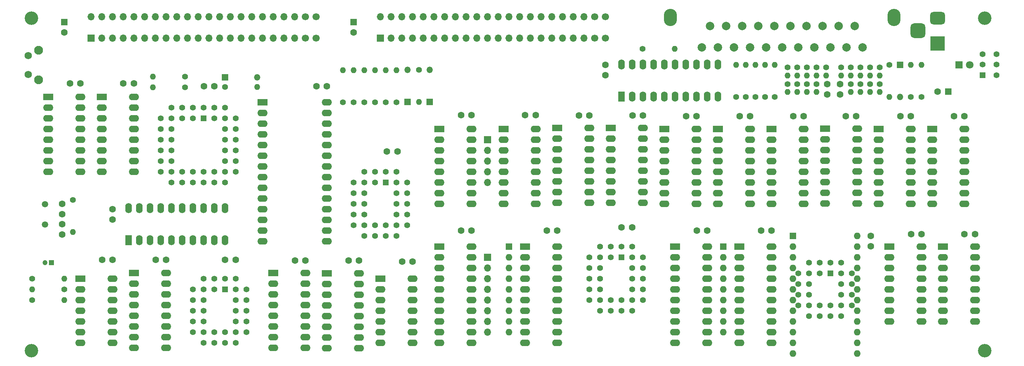
<source format=gbr>
%TF.GenerationSoftware,KiCad,Pcbnew,7.0.9*%
%TF.CreationDate,2023-12-12T16:47:06+00:00*%
%TF.ProjectId,v0c,7630632e-6b69-4636-9164-5f7063625858,rev?*%
%TF.SameCoordinates,Original*%
%TF.FileFunction,Soldermask,Bot*%
%TF.FilePolarity,Negative*%
%FSLAX46Y46*%
G04 Gerber Fmt 4.6, Leading zero omitted, Abs format (unit mm)*
G04 Created by KiCad (PCBNEW 7.0.9) date 2023-12-12 16:47:06*
%MOMM*%
%LPD*%
G01*
G04 APERTURE LIST*
G04 Aperture macros list*
%AMRoundRect*
0 Rectangle with rounded corners*
0 $1 Rounding radius*
0 $2 $3 $4 $5 $6 $7 $8 $9 X,Y pos of 4 corners*
0 Add a 4 corners polygon primitive as box body*
4,1,4,$2,$3,$4,$5,$6,$7,$8,$9,$2,$3,0*
0 Add four circle primitives for the rounded corners*
1,1,$1+$1,$2,$3*
1,1,$1+$1,$4,$5*
1,1,$1+$1,$6,$7*
1,1,$1+$1,$8,$9*
0 Add four rect primitives between the rounded corners*
20,1,$1+$1,$2,$3,$4,$5,0*
20,1,$1+$1,$4,$5,$6,$7,0*
20,1,$1+$1,$6,$7,$8,$9,0*
20,1,$1+$1,$8,$9,$2,$3,0*%
G04 Aperture macros list end*
%ADD10C,1.400000*%
%ADD11O,1.400000X1.400000*%
%ADD12R,2.400000X1.600000*%
%ADD13O,2.400000X1.600000*%
%ADD14C,3.200000*%
%ADD15C,1.600000*%
%ADD16R,1.422400X1.422400*%
%ADD17C,1.422400*%
%ADD18O,3.100000X4.100000*%
%ADD19C,1.998980*%
%ADD20R,1.400000X1.400000*%
%ADD21R,1.700000X1.700000*%
%ADD22O,1.700000X1.700000*%
%ADD23C,1.500000*%
%ADD24C,1.700000*%
%ADD25R,3.500000X3.500000*%
%ADD26RoundRect,0.750000X-1.000000X0.750000X-1.000000X-0.750000X1.000000X-0.750000X1.000000X0.750000X0*%
%ADD27RoundRect,0.875000X-0.875000X0.875000X-0.875000X-0.875000X0.875000X-0.875000X0.875000X0.875000X0*%
%ADD28R,1.600000X1.600000*%
%ADD29O,1.600000X1.600000*%
%ADD30R,1.500000X1.500000*%
%ADD31O,1.500000X1.500000*%
%ADD32R,1.800000X1.800000*%
%ADD33C,1.800000*%
%ADD34R,1.600000X2.400000*%
%ADD35O,1.600000X2.400000*%
%ADD36C,2.100000*%
%ADD37C,1.750000*%
%ADD38R,1.200000X1.200000*%
%ADD39C,1.200000*%
G04 APERTURE END LIST*
D10*
%TO.C,R3*%
X65405000Y-87884000D03*
D11*
X57785000Y-87884000D03*
%TD*%
D10*
%TO.C,R26*%
X215138000Y-85725000D03*
D11*
X215138000Y-87625000D03*
%TD*%
D12*
%TO.C,U9*%
X181610000Y-128270000D03*
D13*
X181610000Y-130810000D03*
X181610000Y-133350000D03*
X181610000Y-135890000D03*
X181610000Y-138430000D03*
X181610000Y-140970000D03*
X181610000Y-143510000D03*
X181610000Y-146050000D03*
X181610000Y-148590000D03*
X181610000Y-151130000D03*
X189230000Y-151130000D03*
X189230000Y-148590000D03*
X189230000Y-146050000D03*
X189230000Y-143510000D03*
X189230000Y-140970000D03*
X189230000Y-138430000D03*
X189230000Y-135890000D03*
X189230000Y-133350000D03*
X189230000Y-130810000D03*
X189230000Y-128270000D03*
%TD*%
D10*
%TO.C,R8*%
X102870000Y-93980000D03*
D11*
X102870000Y-86360000D03*
%TD*%
D10*
%TO.C,R22*%
X215138000Y-89662000D03*
D11*
X215138000Y-91562000D03*
%TD*%
D14*
%TO.C,H2*%
X29000000Y-153000000D03*
%TD*%
D12*
%TO.C,U28*%
X83820000Y-93980000D03*
D13*
X83820000Y-96520000D03*
X83820000Y-99060000D03*
X83820000Y-101600000D03*
X83820000Y-104140000D03*
X83820000Y-106680000D03*
X83820000Y-109220000D03*
X83820000Y-111760000D03*
X83820000Y-114300000D03*
X83820000Y-116840000D03*
X83820000Y-119380000D03*
X83820000Y-121920000D03*
X83820000Y-124460000D03*
X83820000Y-127000000D03*
X99060000Y-127000000D03*
X99060000Y-124460000D03*
X99060000Y-121920000D03*
X99060000Y-119380000D03*
X99060000Y-116840000D03*
X99060000Y-114300000D03*
X99060000Y-111760000D03*
X99060000Y-109220000D03*
X99060000Y-106680000D03*
X99060000Y-104140000D03*
X99060000Y-101600000D03*
X99060000Y-99060000D03*
X99060000Y-96520000D03*
X99060000Y-93980000D03*
%TD*%
D15*
%TO.C,Cd5*%
X74950000Y-131445000D03*
X77450000Y-131445000D03*
%TD*%
D14*
%TO.C,H4*%
X255000000Y-153000000D03*
%TD*%
D10*
%TO.C,R28*%
X230124000Y-89662000D03*
D11*
X230124000Y-91562000D03*
%TD*%
D12*
%TO.C,U31*%
X146050000Y-128270000D03*
D13*
X146050000Y-130810000D03*
X146050000Y-133350000D03*
X146050000Y-135890000D03*
X146050000Y-138430000D03*
X146050000Y-140970000D03*
X146050000Y-143510000D03*
X146050000Y-146050000D03*
X146050000Y-148590000D03*
X146050000Y-151130000D03*
X153670000Y-151130000D03*
X153670000Y-148590000D03*
X153670000Y-146050000D03*
X153670000Y-143510000D03*
X153670000Y-140970000D03*
X153670000Y-138430000D03*
X153670000Y-135890000D03*
X153670000Y-133350000D03*
X153670000Y-130810000D03*
X153670000Y-128270000D03*
%TD*%
D10*
%TO.C,R15*%
X198374000Y-92710000D03*
D11*
X198374000Y-85090000D03*
%TD*%
D12*
%TO.C,U30*%
X125730000Y-100330000D03*
D13*
X125730000Y-102870000D03*
X125730000Y-105410000D03*
X125730000Y-107950000D03*
X125730000Y-110490000D03*
X125730000Y-113030000D03*
X125730000Y-115570000D03*
X125730000Y-118110000D03*
X133350000Y-118110000D03*
X133350000Y-115570000D03*
X133350000Y-113030000D03*
X133350000Y-110490000D03*
X133350000Y-107950000D03*
X133350000Y-105410000D03*
X133350000Y-102870000D03*
X133350000Y-100330000D03*
%TD*%
D10*
%TO.C,R39*%
X173863000Y-81280000D03*
D11*
X181483000Y-81280000D03*
%TD*%
D15*
%TO.C,C2*%
X36322000Y-118130000D03*
X36322000Y-120630000D03*
%TD*%
%TO.C,Cd31*%
X153670000Y-124454985D03*
X151170000Y-124454985D03*
%TD*%
%TO.C,C4*%
X217678000Y-92162000D03*
X217678000Y-89662000D03*
%TD*%
D10*
%TO.C,R16*%
X200660000Y-92710000D03*
D11*
X200660000Y-85090000D03*
%TD*%
D10*
%TO.C,R37*%
X120878600Y-86334600D03*
D11*
X120878600Y-93954600D03*
%TD*%
D16*
%TO.C,U5*%
X74930000Y-138430000D03*
D17*
X72390000Y-135890000D03*
X72390000Y-138430000D03*
X69850000Y-135890000D03*
X67310000Y-138430000D03*
X69850000Y-138430000D03*
X67310000Y-140970000D03*
X69850000Y-140970000D03*
X67310000Y-143510000D03*
X69850000Y-143510000D03*
X67310000Y-146050000D03*
X69850000Y-146050000D03*
X67310000Y-148590000D03*
X69850000Y-151130000D03*
X69850000Y-148590000D03*
X72390000Y-151130000D03*
X72390000Y-148590000D03*
X74930000Y-151130000D03*
X74930000Y-148590000D03*
X77470000Y-151130000D03*
X80010000Y-148590000D03*
X77470000Y-148590000D03*
X80010000Y-146050000D03*
X77470000Y-146050000D03*
X80010000Y-143510000D03*
X77470000Y-143510000D03*
X80010000Y-140970000D03*
X77470000Y-140970000D03*
X80010000Y-138430000D03*
X77470000Y-135890000D03*
X77470000Y-138430000D03*
X74930000Y-135890000D03*
%TD*%
D10*
%TO.C,R21*%
X212852000Y-89662000D03*
D11*
X212852000Y-91562000D03*
%TD*%
D15*
%TO.C,Cd28*%
X99060000Y-90170000D03*
X96560000Y-90170000D03*
%TD*%
%TO.C,Cd9*%
X189230000Y-124460000D03*
X186730000Y-124460000D03*
%TD*%
D10*
%TO.C,R7*%
X38862000Y-117184000D03*
D11*
X38862000Y-124804000D03*
%TD*%
D12*
%TO.C,U2*%
X40640000Y-135890000D03*
D13*
X40640000Y-138430000D03*
X40640000Y-140970000D03*
X40640000Y-143510000D03*
X40640000Y-146050000D03*
X40640000Y-148590000D03*
X40640000Y-151130000D03*
X48260000Y-151130000D03*
X48260000Y-148590000D03*
X48260000Y-146050000D03*
X48260000Y-143510000D03*
X48260000Y-140970000D03*
X48260000Y-138430000D03*
X48260000Y-135890000D03*
%TD*%
D18*
%TO.C,J4*%
X233509820Y-73860660D03*
X180510180Y-73860660D03*
D19*
X187960000Y-80939640D03*
X189865000Y-75859640D03*
X191770000Y-80939640D03*
X193675000Y-75859640D03*
X195580000Y-80939640D03*
X197485000Y-75859640D03*
X199390000Y-80939640D03*
X201295000Y-75859640D03*
X203200000Y-80939640D03*
X205105000Y-75859640D03*
X207010000Y-80939640D03*
X208915000Y-75859640D03*
X210820000Y-80939640D03*
X212725000Y-75859640D03*
X214630000Y-80939640D03*
X216535000Y-75859640D03*
X218440000Y-80939640D03*
X220345000Y-75859640D03*
X222250000Y-80939640D03*
X224155000Y-75859640D03*
X226060000Y-80939640D03*
%TD*%
D10*
%TO.C,R33*%
X227838000Y-85730000D03*
D11*
X227838000Y-87630000D03*
%TD*%
D10*
%TO.C,R32*%
X230124000Y-85751000D03*
D11*
X230124000Y-87651000D03*
%TD*%
D10*
%TO.C,R1*%
X65405000Y-90424000D03*
D11*
X57785000Y-90424000D03*
%TD*%
D10*
%TO.C,R14*%
X196088000Y-92710000D03*
D11*
X196088000Y-85090000D03*
%TD*%
D12*
%TO.C,U16*%
X232410000Y-128270000D03*
D13*
X232410000Y-130810000D03*
X232410000Y-133350000D03*
X232410000Y-135890000D03*
X232410000Y-138430000D03*
X232410000Y-140970000D03*
X232410000Y-143510000D03*
X232410000Y-146050000D03*
X240030000Y-146050000D03*
X240030000Y-143510000D03*
X240030000Y-140970000D03*
X240030000Y-138430000D03*
X240030000Y-135890000D03*
X240030000Y-133350000D03*
X240030000Y-130810000D03*
X240030000Y-128270000D03*
%TD*%
D10*
%TO.C,R41*%
X240030000Y-92710000D03*
D11*
X240030000Y-85090000D03*
%TD*%
D15*
%TO.C,Cd11*%
X53320000Y-89535000D03*
X50820000Y-89535000D03*
%TD*%
D10*
%TO.C,R25*%
X212852000Y-85730000D03*
D11*
X212852000Y-87630000D03*
%TD*%
D20*
%TO.C,SW2*%
X254510000Y-87548300D03*
D10*
X254510000Y-85048300D03*
X254510000Y-82548300D03*
X257810000Y-87548300D03*
X257810000Y-85048300D03*
X257810000Y-82548300D03*
%TD*%
D21*
%TO.C,J2*%
X137160000Y-130810000D03*
D22*
X137160000Y-133350000D03*
X137160000Y-135890000D03*
X137160000Y-138430000D03*
X137160000Y-140970000D03*
X137160000Y-143510000D03*
X137160000Y-146050000D03*
X137160000Y-148590000D03*
%TD*%
D16*
%TO.C,U8*%
X168910000Y-130810000D03*
D17*
X166370000Y-128270000D03*
X166370000Y-130810000D03*
X163830000Y-128270000D03*
X161290000Y-130810000D03*
X163830000Y-130810000D03*
X161290000Y-133350000D03*
X163830000Y-133350000D03*
X161290000Y-135890000D03*
X163830000Y-135890000D03*
X161290000Y-138430000D03*
X163830000Y-138430000D03*
X161290000Y-140970000D03*
X163830000Y-143510000D03*
X163830000Y-140970000D03*
X166370000Y-143510000D03*
X166370000Y-140970000D03*
X168910000Y-143510000D03*
X168910000Y-140970000D03*
X171450000Y-143510000D03*
X173990000Y-140970000D03*
X171450000Y-140970000D03*
X173990000Y-138430000D03*
X171450000Y-138430000D03*
X173990000Y-135890000D03*
X171450000Y-135890000D03*
X173990000Y-133350000D03*
X171450000Y-133350000D03*
X173990000Y-130810000D03*
X171450000Y-128270000D03*
X171450000Y-130810000D03*
X168910000Y-128270000D03*
%TD*%
D10*
%TO.C,R12*%
X113030000Y-93980000D03*
D11*
X113030000Y-86360000D03*
%TD*%
D15*
%TO.C,Cd8*%
X168910000Y-123698000D03*
X171410000Y-123698000D03*
%TD*%
D23*
%TO.C,Y1*%
X32258000Y-118200000D03*
X32258000Y-123080000D03*
%TD*%
D21*
%TO.C,J6*%
X111760000Y-78740000D03*
D22*
X111760000Y-73660000D03*
X114300000Y-78740000D03*
X114300000Y-73660000D03*
X116840000Y-78740000D03*
X116840000Y-73660000D03*
X119380000Y-78740000D03*
X119380000Y-73660000D03*
X121920000Y-78740000D03*
X121920000Y-73660000D03*
X124460000Y-78740000D03*
X124460000Y-73660000D03*
X127000000Y-78740000D03*
X127000000Y-73660000D03*
X129540000Y-78740000D03*
X129540000Y-73660000D03*
X132080000Y-78740000D03*
X132080000Y-73660000D03*
X134620000Y-78740000D03*
X134620000Y-73660000D03*
X137160000Y-78740000D03*
X137160000Y-73660000D03*
X139700000Y-78740000D03*
X139700000Y-73660000D03*
X142240000Y-78740000D03*
X142240000Y-73660000D03*
X144780000Y-78740000D03*
X144780000Y-73660000D03*
X147320000Y-78740000D03*
X147320000Y-73660000D03*
X149860000Y-78740000D03*
X149860000Y-73660000D03*
X152400000Y-78740000D03*
X152400000Y-73660000D03*
X154940000Y-78740000D03*
X154940000Y-73660000D03*
X157480000Y-78740000D03*
X157480000Y-73660000D03*
X160020000Y-78740000D03*
X160020000Y-73660000D03*
D24*
X162560000Y-78740000D03*
X162560000Y-73660000D03*
X165100000Y-78740000D03*
X165100000Y-73660000D03*
%TD*%
D14*
%TO.C,H3*%
X255000000Y-74000000D03*
%TD*%
D25*
%TO.C,J3*%
X243840000Y-80010000D03*
D26*
X243840000Y-74010000D03*
D27*
X239140000Y-77010000D03*
%TD*%
D16*
%TO.C,U29*%
X113030000Y-113030000D03*
D17*
X110490000Y-110490000D03*
X110490000Y-113030000D03*
X107950000Y-110490000D03*
X105410000Y-113030000D03*
X107950000Y-113030000D03*
X105410000Y-115570000D03*
X107950000Y-115570000D03*
X105410000Y-118110000D03*
X107950000Y-118110000D03*
X105410000Y-120650000D03*
X107950000Y-120650000D03*
X105410000Y-123190000D03*
X107950000Y-125730000D03*
X107950000Y-123190000D03*
X110490000Y-125730000D03*
X110490000Y-123190000D03*
X113030000Y-125730000D03*
X113030000Y-123190000D03*
X115570000Y-125730000D03*
X118110000Y-123190000D03*
X115570000Y-123190000D03*
X118110000Y-120650000D03*
X115570000Y-120650000D03*
X118110000Y-118110000D03*
X115570000Y-118110000D03*
X118110000Y-115570000D03*
X115570000Y-115570000D03*
X118110000Y-113030000D03*
X115570000Y-110490000D03*
X115570000Y-113030000D03*
X113030000Y-110490000D03*
%TD*%
D12*
%TO.C,U32*%
X125730000Y-128270000D03*
D13*
X125730000Y-130810000D03*
X125730000Y-133350000D03*
X125730000Y-135890000D03*
X125730000Y-138430000D03*
X125730000Y-140970000D03*
X125730000Y-143510000D03*
X125730000Y-146050000D03*
X125730000Y-148590000D03*
X125730000Y-151130000D03*
X133350000Y-151130000D03*
X133350000Y-148590000D03*
X133350000Y-146050000D03*
X133350000Y-143510000D03*
X133350000Y-140970000D03*
X133350000Y-138430000D03*
X133350000Y-135890000D03*
X133350000Y-133350000D03*
X133350000Y-130810000D03*
X133350000Y-128270000D03*
%TD*%
D15*
%TO.C,Cd14*%
X173990000Y-97155000D03*
X171490000Y-97155000D03*
%TD*%
%TO.C,C3*%
X36322000Y-125436000D03*
X36322000Y-122936000D03*
%TD*%
D28*
%TO.C,RN2*%
X142240000Y-128270000D03*
D29*
X142240000Y-130810000D03*
X142240000Y-133350000D03*
X142240000Y-135890000D03*
X142240000Y-138430000D03*
X142240000Y-140970000D03*
X142240000Y-143510000D03*
X142240000Y-146050000D03*
X142240000Y-148590000D03*
%TD*%
D30*
%TO.C,D1*%
X74920000Y-88070000D03*
D31*
X82540000Y-88070000D03*
%TD*%
D15*
%TO.C,Cd22*%
X212090000Y-97282000D03*
X209590000Y-97282000D03*
%TD*%
D12*
%TO.C,U19*%
X179070000Y-100330000D03*
D13*
X179070000Y-102870000D03*
X179070000Y-105410000D03*
X179070000Y-107950000D03*
X179070000Y-110490000D03*
X179070000Y-113030000D03*
X179070000Y-115570000D03*
X179070000Y-118110000D03*
X186690000Y-118110000D03*
X186690000Y-115570000D03*
X186690000Y-113030000D03*
X186690000Y-110490000D03*
X186690000Y-107950000D03*
X186690000Y-105410000D03*
X186690000Y-102870000D03*
X186690000Y-100330000D03*
%TD*%
D15*
%TO.C,Cd15*%
X165100000Y-85090000D03*
X165100000Y-87590000D03*
%TD*%
D12*
%TO.C,U11*%
X33020000Y-92710000D03*
D13*
X33020000Y-95250000D03*
X33020000Y-97790000D03*
X33020000Y-100330000D03*
X33020000Y-102870000D03*
X33020000Y-105410000D03*
X33020000Y-107950000D03*
X33020000Y-110490000D03*
X40640000Y-110490000D03*
X40640000Y-107950000D03*
X40640000Y-105410000D03*
X40640000Y-102870000D03*
X40640000Y-100330000D03*
X40640000Y-97790000D03*
X40640000Y-95250000D03*
X40640000Y-92710000D03*
%TD*%
D32*
%TO.C,D3*%
X248920000Y-85090000D03*
D33*
X251460000Y-85090000D03*
%TD*%
D10*
%TO.C,R6*%
X29210000Y-135890000D03*
D11*
X36830000Y-135890000D03*
%TD*%
D28*
%TO.C,C6*%
X246340000Y-91440000D03*
D15*
X243840000Y-91440000D03*
%TD*%
D34*
%TO.C,U6*%
X52075000Y-126741015D03*
D35*
X54615000Y-126741015D03*
X57155000Y-126741015D03*
X59695000Y-126741015D03*
X62235000Y-126741015D03*
X64775000Y-126741015D03*
X67315000Y-126741015D03*
X69855000Y-126741015D03*
X72395000Y-126741015D03*
X74935000Y-126741015D03*
X74935000Y-119121015D03*
X72395000Y-119121015D03*
X69855000Y-119121015D03*
X67315000Y-119121015D03*
X64775000Y-119121015D03*
X62235000Y-119121015D03*
X59695000Y-119121015D03*
X57155000Y-119121015D03*
X54615000Y-119121015D03*
X52075000Y-119121015D03*
%TD*%
D28*
%TO.C,C8*%
X105410000Y-74930000D03*
D15*
X105410000Y-77430000D03*
%TD*%
D12*
%TO.C,U17*%
X245110000Y-128270000D03*
D13*
X245110000Y-130810000D03*
X245110000Y-133350000D03*
X245110000Y-135890000D03*
X245110000Y-138430000D03*
X245110000Y-140970000D03*
X245110000Y-143510000D03*
X245110000Y-146050000D03*
X252730000Y-146050000D03*
X252730000Y-143510000D03*
X252730000Y-140970000D03*
X252730000Y-138430000D03*
X252730000Y-135890000D03*
X252730000Y-133350000D03*
X252730000Y-130810000D03*
X252730000Y-128270000D03*
%TD*%
D12*
%TO.C,U7*%
X99070000Y-134620000D03*
D13*
X99070000Y-137160000D03*
X99070000Y-139700000D03*
X99070000Y-142240000D03*
X99070000Y-144780000D03*
X99070000Y-147320000D03*
X99070000Y-149860000D03*
X99070000Y-152400000D03*
X106690000Y-152400000D03*
X106690000Y-149860000D03*
X106690000Y-147320000D03*
X106690000Y-144780000D03*
X106690000Y-142240000D03*
X106690000Y-139700000D03*
X106690000Y-137160000D03*
X106690000Y-134620000D03*
%TD*%
D15*
%TO.C,Cd4*%
X93980000Y-131572000D03*
X91480000Y-131572000D03*
%TD*%
D10*
%TO.C,R29*%
X227838000Y-89662600D03*
D11*
X227838000Y-91562600D03*
%TD*%
D15*
%TO.C,Cd2*%
X48260000Y-131445000D03*
X45760000Y-131445000D03*
%TD*%
D10*
%TO.C,R9*%
X105410000Y-93980000D03*
D11*
X105410000Y-86360000D03*
%TD*%
D30*
%TO.C,D2*%
X234950000Y-85090000D03*
D31*
X234950000Y-92710000D03*
%TD*%
D15*
%TO.C,Cd32*%
X133350000Y-124454985D03*
X130850000Y-124454985D03*
%TD*%
%TO.C,Cd17*%
X252700000Y-125349000D03*
X250200000Y-125349000D03*
%TD*%
D10*
%TO.C,R2*%
X74920000Y-90356000D03*
D11*
X82540000Y-90356000D03*
%TD*%
D28*
%TO.C,U20*%
X209540000Y-125730000D03*
D29*
X209540000Y-128270000D03*
X209540000Y-130810000D03*
X209540000Y-133350000D03*
X209540000Y-135890000D03*
X209540000Y-138430000D03*
X209540000Y-140970000D03*
X209540000Y-143510000D03*
X209540000Y-146050000D03*
X209540000Y-148590000D03*
X209540000Y-151130000D03*
X209540000Y-153670000D03*
X224780000Y-153670000D03*
X224780000Y-151130000D03*
X224780000Y-148590000D03*
X224780000Y-146050000D03*
X224780000Y-143510000D03*
X224780000Y-140970000D03*
X224780000Y-138430000D03*
X224780000Y-135890000D03*
X224780000Y-133350000D03*
X224780000Y-130810000D03*
X224780000Y-128270000D03*
X224780000Y-125730000D03*
%TD*%
D15*
%TO.C,Cd19*%
X186690000Y-97282000D03*
X184190000Y-97282000D03*
%TD*%
D12*
%TO.C,U4*%
X86370000Y-134610000D03*
D13*
X86370000Y-137150000D03*
X86370000Y-139690000D03*
X86370000Y-142230000D03*
X86370000Y-144770000D03*
X86370000Y-147310000D03*
X86370000Y-149850000D03*
X86370000Y-152390000D03*
X93990000Y-152390000D03*
X93990000Y-149850000D03*
X93990000Y-147310000D03*
X93990000Y-144770000D03*
X93990000Y-142230000D03*
X93990000Y-139690000D03*
X93990000Y-137150000D03*
X93990000Y-134610000D03*
%TD*%
D21*
%TO.C,J1*%
X137160000Y-102870000D03*
D22*
X137160000Y-105410000D03*
X137160000Y-107950000D03*
X137160000Y-110490000D03*
X137160000Y-113030000D03*
%TD*%
D15*
%TO.C,Cd27*%
X148550000Y-97028000D03*
X146050000Y-97028000D03*
%TD*%
%TO.C,Cd26*%
X119380000Y-131826000D03*
X116880000Y-131826000D03*
%TD*%
D12*
%TO.C,U12*%
X196850000Y-128270000D03*
D13*
X196850000Y-130810000D03*
X196850000Y-133350000D03*
X196850000Y-135890000D03*
X196850000Y-138430000D03*
X196850000Y-140970000D03*
X196850000Y-143510000D03*
X196850000Y-146050000D03*
X196850000Y-148590000D03*
X196850000Y-151130000D03*
X204470000Y-151130000D03*
X204470000Y-148590000D03*
X204470000Y-146050000D03*
X204470000Y-143510000D03*
X204470000Y-140970000D03*
X204470000Y-138430000D03*
X204470000Y-135890000D03*
X204470000Y-133350000D03*
X204470000Y-130810000D03*
X204470000Y-128270000D03*
%TD*%
D12*
%TO.C,U27*%
X140970000Y-100330000D03*
D13*
X140970000Y-102870000D03*
X140970000Y-105410000D03*
X140970000Y-107950000D03*
X140970000Y-110490000D03*
X140970000Y-113030000D03*
X140970000Y-115570000D03*
X140970000Y-118110000D03*
X148590000Y-118110000D03*
X148590000Y-115570000D03*
X148590000Y-113030000D03*
X148590000Y-110490000D03*
X148590000Y-107950000D03*
X148590000Y-105410000D03*
X148590000Y-102870000D03*
X148590000Y-100330000D03*
%TD*%
D28*
%TO.C,C7*%
X36830000Y-74930000D03*
D15*
X36830000Y-77430000D03*
%TD*%
D10*
%TO.C,R19*%
X208280000Y-89662000D03*
D11*
X208280000Y-91562000D03*
%TD*%
D15*
%TO.C,Cd25*%
X250190000Y-97282000D03*
X247690000Y-97282000D03*
%TD*%
%TO.C,C5*%
X220726000Y-92162000D03*
X220726000Y-89662000D03*
%TD*%
D10*
%TO.C,R38*%
X237490000Y-92710000D03*
D11*
X237490000Y-85090000D03*
%TD*%
D15*
%TO.C,Cd16*%
X240040000Y-125349000D03*
X237540000Y-125349000D03*
%TD*%
D10*
%TO.C,R27*%
X217424000Y-85730000D03*
D11*
X217424000Y-87630000D03*
%TD*%
D36*
%TO.C,SW1*%
X30716100Y-88665800D03*
X30716100Y-81655800D03*
D37*
X28226100Y-87415800D03*
X28226100Y-82915800D03*
%TD*%
D15*
%TO.C,Cd30*%
X133350000Y-97028000D03*
X130850000Y-97028000D03*
%TD*%
D12*
%TO.C,U26*%
X111760000Y-135890000D03*
D13*
X111760000Y-138430000D03*
X111760000Y-140970000D03*
X111760000Y-143510000D03*
X111760000Y-146050000D03*
X111760000Y-148590000D03*
X111760000Y-151130000D03*
X119380000Y-151130000D03*
X119380000Y-148590000D03*
X119380000Y-146050000D03*
X119380000Y-143510000D03*
X119380000Y-140970000D03*
X119380000Y-138430000D03*
X119380000Y-135890000D03*
%TD*%
D30*
%TO.C,D4*%
X118211600Y-93954600D03*
D31*
X118211600Y-86334600D03*
%TD*%
D10*
%TO.C,R11*%
X110490000Y-93980000D03*
D11*
X110490000Y-86360000D03*
%TD*%
D15*
%TO.C,Cd18*%
X199390000Y-97282000D03*
X196890000Y-97282000D03*
%TD*%
D12*
%TO.C,U3*%
X53350000Y-134610000D03*
D13*
X53350000Y-137150000D03*
X53350000Y-139690000D03*
X53350000Y-142230000D03*
X53350000Y-144770000D03*
X53350000Y-147310000D03*
X53350000Y-149850000D03*
X53350000Y-152390000D03*
X60970000Y-152390000D03*
X60970000Y-149850000D03*
X60970000Y-147310000D03*
X60970000Y-144770000D03*
X60970000Y-142230000D03*
X60970000Y-139690000D03*
X60970000Y-137150000D03*
X60970000Y-134610000D03*
%TD*%
D12*
%TO.C,U14*%
X166370000Y-100081015D03*
D13*
X166370000Y-102621015D03*
X166370000Y-105161015D03*
X166370000Y-107701015D03*
X166370000Y-110241015D03*
X166370000Y-112781015D03*
X166370000Y-115321015D03*
X166370000Y-117861015D03*
X173990000Y-117861015D03*
X173990000Y-115321015D03*
X173990000Y-112781015D03*
X173990000Y-110241015D03*
X173990000Y-107701015D03*
X173990000Y-105161015D03*
X173990000Y-102621015D03*
X173990000Y-100081015D03*
%TD*%
D14*
%TO.C,H1*%
X29000000Y-74000000D03*
%TD*%
D38*
%TO.C,C1*%
X33742600Y-132080000D03*
D39*
X32242600Y-132080000D03*
%TD*%
D15*
%TO.C,Cd12*%
X204470000Y-124460000D03*
X201970000Y-124460000D03*
%TD*%
D30*
%TO.C,D5*%
X123444000Y-93954600D03*
D31*
X123444000Y-86334600D03*
%TD*%
D15*
%TO.C,Cd7*%
X106680000Y-131572000D03*
X104180000Y-131572000D03*
%TD*%
%TO.C,Cd24*%
X237490000Y-97282000D03*
X234990000Y-97282000D03*
%TD*%
%TO.C,Cd13*%
X161290000Y-97155000D03*
X158790000Y-97155000D03*
%TD*%
%TO.C,Cd6*%
X48260000Y-119380000D03*
X48260000Y-121880000D03*
%TD*%
D10*
%TO.C,R20*%
X210566000Y-89662000D03*
D11*
X210566000Y-91562000D03*
%TD*%
D10*
%TO.C,R18*%
X205232000Y-92710000D03*
D11*
X205232000Y-85090000D03*
%TD*%
D15*
%TO.C,Cd3*%
X60960000Y-131445000D03*
X58460000Y-131445000D03*
%TD*%
D12*
%TO.C,U13*%
X153670000Y-100081015D03*
D13*
X153670000Y-102621015D03*
X153670000Y-105161015D03*
X153670000Y-107701015D03*
X153670000Y-110241015D03*
X153670000Y-112781015D03*
X153670000Y-115321015D03*
X153670000Y-117861015D03*
X161290000Y-117861015D03*
X161290000Y-115321015D03*
X161290000Y-112781015D03*
X161290000Y-110241015D03*
X161290000Y-107701015D03*
X161290000Y-105161015D03*
X161290000Y-102621015D03*
X161290000Y-100081015D03*
%TD*%
D12*
%TO.C,U23*%
X217170000Y-100320000D03*
D13*
X217170000Y-102860000D03*
X217170000Y-105400000D03*
X217170000Y-107940000D03*
X217170000Y-110480000D03*
X217170000Y-113020000D03*
X217170000Y-115560000D03*
X217170000Y-118100000D03*
X224790000Y-118100000D03*
X224790000Y-115560000D03*
X224790000Y-113020000D03*
X224790000Y-110480000D03*
X224790000Y-107940000D03*
X224790000Y-105400000D03*
X224790000Y-102860000D03*
X224790000Y-100320000D03*
%TD*%
D15*
%TO.C,Cd23*%
X224536000Y-97282000D03*
X222036000Y-97282000D03*
%TD*%
%TO.C,Cd1*%
X72390000Y-90170000D03*
X69890000Y-90170000D03*
%TD*%
D10*
%TO.C,R34*%
X225552000Y-85730000D03*
D11*
X225552000Y-87630000D03*
%TD*%
D15*
%TO.C,Cd29*%
X113284000Y-105664000D03*
X115784000Y-105664000D03*
%TD*%
D16*
%TO.C,U21*%
X218440000Y-134620000D03*
D17*
X215900000Y-132080000D03*
X215900000Y-134620000D03*
X213360000Y-132080000D03*
X210820000Y-134620000D03*
X213360000Y-134620000D03*
X210820000Y-137160000D03*
X213360000Y-137160000D03*
X210820000Y-139700000D03*
X213360000Y-139700000D03*
X210820000Y-142240000D03*
X213360000Y-144780000D03*
X213360000Y-142240000D03*
X215900000Y-144780000D03*
X215900000Y-142240000D03*
X218440000Y-144780000D03*
X218440000Y-142240000D03*
X220980000Y-144780000D03*
X223520000Y-142240000D03*
X220980000Y-142240000D03*
X223520000Y-139700000D03*
X220980000Y-139700000D03*
X223520000Y-137160000D03*
X220980000Y-137160000D03*
X223520000Y-134620000D03*
X220980000Y-132080000D03*
X220980000Y-134620000D03*
X218440000Y-132080000D03*
%TD*%
D12*
%TO.C,U18*%
X191780000Y-100340000D03*
D13*
X191780000Y-102880000D03*
X191780000Y-105420000D03*
X191780000Y-107960000D03*
X191780000Y-110500000D03*
X191780000Y-113040000D03*
X191780000Y-115580000D03*
X191780000Y-118120000D03*
X199400000Y-118120000D03*
X199400000Y-115580000D03*
X199400000Y-113040000D03*
X199400000Y-110500000D03*
X199400000Y-107960000D03*
X199400000Y-105420000D03*
X199400000Y-102880000D03*
X199400000Y-100340000D03*
%TD*%
D12*
%TO.C,U25*%
X242570000Y-100330000D03*
D13*
X242570000Y-102870000D03*
X242570000Y-105410000D03*
X242570000Y-107950000D03*
X242570000Y-110490000D03*
X242570000Y-113030000D03*
X242570000Y-115570000D03*
X242570000Y-118110000D03*
X250190000Y-118110000D03*
X250190000Y-115570000D03*
X250190000Y-113030000D03*
X250190000Y-110490000D03*
X250190000Y-107950000D03*
X250190000Y-105410000D03*
X250190000Y-102870000D03*
X250190000Y-100330000D03*
%TD*%
D10*
%TO.C,R24*%
X210566000Y-85730000D03*
D11*
X210566000Y-87630000D03*
%TD*%
D10*
%TO.C,R30*%
X225552000Y-89662600D03*
D11*
X225552000Y-91562600D03*
%TD*%
D10*
%TO.C,R40*%
X232410000Y-85090000D03*
D11*
X232410000Y-92710000D03*
%TD*%
D21*
%TO.C,J5*%
X43180000Y-78740000D03*
D22*
X43180000Y-73660000D03*
X45720000Y-78740000D03*
X45720000Y-73660000D03*
X48260000Y-78740000D03*
X48260000Y-73660000D03*
X50800000Y-78740000D03*
X50800000Y-73660000D03*
X53340000Y-78740000D03*
X53340000Y-73660000D03*
X55880000Y-78740000D03*
X55880000Y-73660000D03*
X58420000Y-78740000D03*
X58420000Y-73660000D03*
X60960000Y-78740000D03*
X60960000Y-73660000D03*
X63500000Y-78740000D03*
X63500000Y-73660000D03*
X66040000Y-78740000D03*
X66040000Y-73660000D03*
X68580000Y-78740000D03*
X68580000Y-73660000D03*
X71120000Y-78740000D03*
X71120000Y-73660000D03*
X73660000Y-78740000D03*
X73660000Y-73660000D03*
X76200000Y-78740000D03*
X76200000Y-73660000D03*
X78740000Y-78740000D03*
X78740000Y-73660000D03*
X81280000Y-78740000D03*
X81280000Y-73660000D03*
X83820000Y-78740000D03*
X83820000Y-73660000D03*
X86360000Y-78740000D03*
X86360000Y-73660000D03*
X88900000Y-78740000D03*
X88900000Y-73660000D03*
X91440000Y-78740000D03*
X91440000Y-73660000D03*
D24*
X93980000Y-78740000D03*
X93980000Y-73660000D03*
X96520000Y-78740000D03*
X96520000Y-73660000D03*
%TD*%
D10*
%TO.C,R10*%
X107950000Y-93980000D03*
D11*
X107950000Y-86360000D03*
%TD*%
D10*
%TO.C,R31*%
X223266000Y-89662600D03*
D11*
X223266000Y-91562600D03*
%TD*%
D10*
%TO.C,R17*%
X202946000Y-92710000D03*
D11*
X202946000Y-85090000D03*
%TD*%
D10*
%TO.C,R35*%
X223266000Y-85730000D03*
D11*
X223266000Y-87630000D03*
%TD*%
D12*
%TO.C,U22*%
X204470000Y-100330000D03*
D13*
X204470000Y-102870000D03*
X204470000Y-105410000D03*
X204470000Y-107950000D03*
X204470000Y-110490000D03*
X204470000Y-113030000D03*
X204470000Y-115570000D03*
X204470000Y-118110000D03*
X212090000Y-118110000D03*
X212090000Y-115570000D03*
X212090000Y-113030000D03*
X212090000Y-110490000D03*
X212090000Y-107950000D03*
X212090000Y-105410000D03*
X212090000Y-102870000D03*
X212090000Y-100330000D03*
%TD*%
D28*
%TO.C,RN1*%
X193040000Y-128270000D03*
D29*
X193040000Y-130810000D03*
X193040000Y-133350000D03*
X193040000Y-135890000D03*
X193040000Y-138430000D03*
X193040000Y-140970000D03*
X193040000Y-143510000D03*
X193040000Y-146050000D03*
X193040000Y-148590000D03*
%TD*%
D12*
%TO.C,U10*%
X45720000Y-92710000D03*
D13*
X45720000Y-95250000D03*
X45720000Y-97790000D03*
X45720000Y-100330000D03*
X45720000Y-102870000D03*
X45720000Y-105410000D03*
X45720000Y-107950000D03*
X45720000Y-110490000D03*
X53340000Y-110490000D03*
X53340000Y-107950000D03*
X53340000Y-105410000D03*
X53340000Y-102870000D03*
X53340000Y-100330000D03*
X53340000Y-97790000D03*
X53340000Y-95250000D03*
X53340000Y-92710000D03*
%TD*%
D10*
%TO.C,R36*%
X220980000Y-85730000D03*
D11*
X220980000Y-87630000D03*
%TD*%
D15*
%TO.C,Cd20*%
X227965000Y-125730000D03*
X227965000Y-128230000D03*
%TD*%
D10*
%TO.C,R5*%
X36830000Y-138430000D03*
D11*
X29210000Y-138430000D03*
%TD*%
D10*
%TO.C,R4*%
X29210000Y-140970000D03*
D11*
X36830000Y-140970000D03*
%TD*%
D10*
%TO.C,R23*%
X208280000Y-85730000D03*
D11*
X208280000Y-87630000D03*
%TD*%
D16*
%TO.C,U1*%
X69850000Y-97790000D03*
D17*
X67310000Y-95250000D03*
X67310000Y-97790000D03*
X64770000Y-95250000D03*
X64770000Y-97790000D03*
X62230000Y-95250000D03*
X59690000Y-97790000D03*
X62230000Y-97790000D03*
X59690000Y-100330000D03*
X62230000Y-100330000D03*
X59690000Y-102870000D03*
X62230000Y-102870000D03*
X59690000Y-105410000D03*
X62230000Y-105410000D03*
X59690000Y-107950000D03*
X62230000Y-107950000D03*
X59690000Y-110490000D03*
X62230000Y-113030000D03*
X62230000Y-110490000D03*
X64770000Y-113030000D03*
X64770000Y-110490000D03*
X67310000Y-113030000D03*
X67310000Y-110490000D03*
X69850000Y-113030000D03*
X69850000Y-110490000D03*
X72390000Y-113030000D03*
X72390000Y-110490000D03*
X74930000Y-113030000D03*
X77470000Y-110490000D03*
X74930000Y-110490000D03*
X77470000Y-107950000D03*
X74930000Y-107950000D03*
X77470000Y-105410000D03*
X74930000Y-105410000D03*
X77470000Y-102870000D03*
X74930000Y-102870000D03*
X77470000Y-100330000D03*
X74930000Y-100330000D03*
X77470000Y-97790000D03*
X74930000Y-95250000D03*
X74930000Y-97790000D03*
X72390000Y-95250000D03*
X72390000Y-97790000D03*
X69850000Y-95250000D03*
%TD*%
D12*
%TO.C,U24*%
X229880000Y-100330000D03*
D13*
X229880000Y-102870000D03*
X229880000Y-105410000D03*
X229880000Y-107950000D03*
X229880000Y-110490000D03*
X229880000Y-113030000D03*
X229880000Y-115570000D03*
X229880000Y-118110000D03*
X237500000Y-118110000D03*
X237500000Y-115570000D03*
X237500000Y-113030000D03*
X237500000Y-110490000D03*
X237500000Y-107950000D03*
X237500000Y-105410000D03*
X237500000Y-102870000D03*
X237500000Y-100330000D03*
%TD*%
D10*
%TO.C,R13*%
X115570000Y-93980000D03*
D11*
X115570000Y-86360000D03*
%TD*%
D34*
%TO.C,U15*%
X168915000Y-92700000D03*
D35*
X171455000Y-92700000D03*
X173995000Y-92700000D03*
X176535000Y-92700000D03*
X179075000Y-92700000D03*
X181615000Y-92700000D03*
X184155000Y-92700000D03*
X186695000Y-92700000D03*
X189235000Y-92700000D03*
X191775000Y-92700000D03*
X191775000Y-85080000D03*
X189235000Y-85080000D03*
X186695000Y-85080000D03*
X184155000Y-85080000D03*
X181615000Y-85080000D03*
X179075000Y-85080000D03*
X176535000Y-85080000D03*
X173995000Y-85080000D03*
X171455000Y-85080000D03*
X168915000Y-85080000D03*
%TD*%
D15*
%TO.C,Cd10*%
X40640000Y-89535000D03*
X38140000Y-89535000D03*
%TD*%
M02*

</source>
